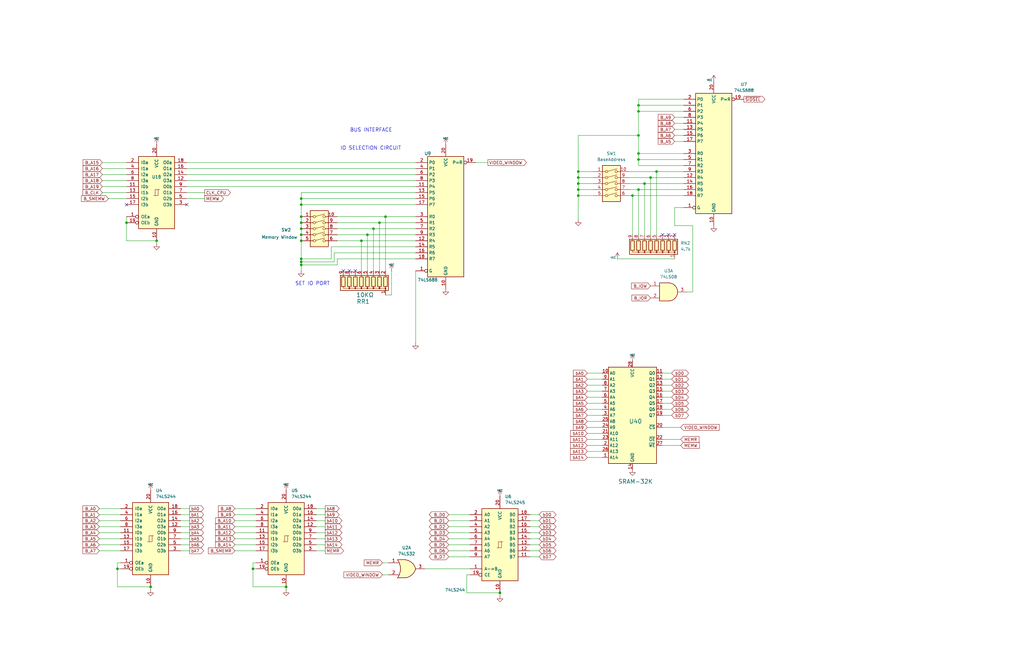
<source format=kicad_sch>
(kicad_sch (version 20250114) (generator "eeschema") (generator_version "9.0")
  (paper "USLedger")
  (title_block (title "ISA VIDEO/SID") (date "2026-01-18") (rev "V1.0"))
  (lib_symbols
    (symbol "74xx:74LS08" (pin_names (offset 1.016))
      (property "Reference" "U" (at 0 1.27 0))
      (property "Value" "74LS08" (at 0 -1.27 0))
      (symbol "74LS08_1_1"
        (pin input line (at -7.62 2.54 0) (length 3.81) (name "~") (number "1"))
        (pin input line (at -7.62 -2.54 0) (length 3.81) (name "~") (number "2"))
        (pin output line (at 7.62 0 180) (length 3.81) (name "~") (number "3"))
      )
      (symbol "74LS08_1_2"
        (pin input inverted (at -7.62 2.54 0) (length 4.318) (name "~") (number "1"))
        (pin input inverted (at -7.62 -2.54 0) (length 4.318) (name "~") (number "2"))
        (pin output inverted (at 7.62 0 180) (length 3.81) (name "~") (number "3"))
      )
      (symbol "74LS08_2_1"
        (pin input line (at -7.62 2.54 0) (length 3.81) (name "~") (number "4"))
        (pin input line (at -7.62 -2.54 0) (length 3.81) (name "~") (number "5"))
        (pin output line (at 7.62 0 180) (length 3.81) (name "~") (number "6"))
      )
      (symbol "74LS08_2_2"
        (pin input inverted (at -7.62 2.54 0) (length 4.318) (name "~") (number "4"))
        (pin input inverted (at -7.62 -2.54 0) (length 4.318) (name "~") (number "5"))
        (pin output inverted (at 7.62 0 180) (length 3.81) (name "~") (number "6"))
      )
      (symbol "74LS08_3_1"
        (pin input line (at -7.62 2.54 0) (length 3.81) (name "~") (number "9"))
        (pin input line (at -7.62 -2.54 0) (length 3.81) (name "~") (number "10"))
        (pin output line (at 7.62 0 180) (length 3.81) (name "~") (number "8"))
      )
      (symbol "74LS08_3_2"
        (pin input inverted (at -7.62 2.54 0) (length 4.318) (name "~") (number "9"))
        (pin input inverted (at -7.62 -2.54 0) (length 4.318) (name "~") (number "10"))
        (pin output inverted (at 7.62 0 180) (length 3.81) (name "~") (number "8"))
      )
      (symbol "74LS08_4_1"
        (pin input line (at -7.62 2.54 0) (length 3.81) (name "~") (number "12"))
        (pin input line (at -7.62 -2.54 0) (length 3.81) (name "~") (number "13"))
        (pin output line (at 7.62 0 180) (length 3.81) (name "~") (number "11"))
      )
      (symbol "74LS08_4_2"
        (pin input inverted (at -7.62 2.54 0) (length 4.318) (name "~") (number "12"))
        (pin input inverted (at -7.62 -2.54 0) (length 4.318) (name "~") (number "13"))
        (pin output inverted (at 7.62 0 180) (length 3.81) (name "~") (number "11"))
      )
      (symbol "74LS08_5_0"
        (pin power_in line (at 0 12.7 270) (length 5.08) (name "VCC") (number "14"))
        (pin power_in line (at 0 -12.7 90) (length 5.08) (name "GND") (number "7"))
      )
    )
    (symbol "74xx:74LS244" (pin_names (offset 1.016))
      (property "Reference" "U" (at -7.62 16.51 0))
      (property "Value" "74LS244" (at -7.62 -16.51 0))
      (symbol "74LS244_1_0"
        (pin input line (at -12.7 12.7 0) (length 5.08) (name "I0a") (number "2"))
        (pin input line (at -12.7 10.16 0) (length 5.08) (name "I1a") (number "4"))
        (pin input line (at -12.7 7.62 0) (length 5.08) (name "I2a") (number "6"))
        (pin input line (at -12.7 5.08 0) (length 5.08) (name "I3a") (number "8"))
        (pin input line (at -12.7 2.54 0) (length 5.08) (name "I0b") (number "11"))
        (pin input line (at -12.7 0 0) (length 5.08) (name "I1b") (number "13"))
        (pin input line (at -12.7 -2.54 0) (length 5.08) (name "I2b") (number "15"))
        (pin input line (at -12.7 -5.08 0) (length 5.08) (name "I3b") (number "17"))
        (pin input inverted (at -12.7 -10.16 0) (length 5.08) (name "OEa") (number "1"))
        (pin input inverted (at -12.7 -12.7 0) (length 5.08) (name "OEb") (number "19"))
        (pin power_in line (at 0 20.32 270) (length 5.08) (name "VCC") (number "20"))
        (pin power_in line (at 0 -20.32 90) (length 5.08) (name "GND") (number "10"))
        (pin tri_state line (at 12.7 12.7 180) (length 5.08) (name "O0a") (number "18"))
        (pin tri_state line (at 12.7 10.16 180) (length 5.08) (name "O1a") (number "16"))
        (pin tri_state line (at 12.7 7.62 180) (length 5.08) (name "O2a") (number "14"))
        (pin tri_state line (at 12.7 5.08 180) (length 5.08) (name "O3a") (number "12"))
        (pin tri_state line (at 12.7 2.54 180) (length 5.08) (name "O0b") (number "9"))
        (pin tri_state line (at 12.7 0 180) (length 5.08) (name "O1b") (number "7"))
        (pin tri_state line (at 12.7 -2.54 180) (length 5.08) (name "O2b") (number "5"))
        (pin tri_state line (at 12.7 -5.08 180) (length 5.08) (name "O3b") (number "3"))
      )
    )
    (symbol "74xx:74LS245" (pin_names (offset 1.016))
      (property "Reference" "U" (at -7.62 16.51 0))
      (property "Value" "74LS245" (at -7.62 -16.51 0))
      (symbol "74LS245_1_0"
        (pin tri_state line (at -12.7 12.7 0) (length 5.08) (name "A0") (number "2"))
        (pin tri_state line (at -12.7 10.16 0) (length 5.08) (name "A1") (number "3"))
        (pin tri_state line (at -12.7 7.62 0) (length 5.08) (name "A2") (number "4"))
        (pin tri_state line (at -12.7 5.08 0) (length 5.08) (name "A3") (number "5"))
        (pin tri_state line (at -12.7 2.54 0) (length 5.08) (name "A4") (number "6"))
        (pin tri_state line (at -12.7 0 0) (length 5.08) (name "A5") (number "7"))
        (pin tri_state line (at -12.7 -2.54 0) (length 5.08) (name "A6") (number "8"))
        (pin tri_state line (at -12.7 -5.08 0) (length 5.08) (name "A7") (number "9"))
        (pin input line (at -12.7 -10.16 0) (length 5.08) (name "A->B") (number "1"))
        (pin input inverted (at -12.7 -12.7 0) (length 5.08) (name "CE") (number "19"))
        (pin power_in line (at 0 20.32 270) (length 5.08) (name "VCC") (number "20"))
        (pin power_in line (at 0 -20.32 90) (length 5.08) (name "GND") (number "10"))
        (pin tri_state line (at 12.7 12.7 180) (length 5.08) (name "B0") (number "18"))
        (pin tri_state line (at 12.7 10.16 180) (length 5.08) (name "B1") (number "17"))
        (pin tri_state line (at 12.7 7.62 180) (length 5.08) (name "B2") (number "16"))
        (pin tri_state line (at 12.7 5.08 180) (length 5.08) (name "B3") (number "15"))
        (pin tri_state line (at 12.7 2.54 180) (length 5.08) (name "B4") (number "14"))
        (pin tri_state line (at 12.7 0 180) (length 5.08) (name "B5") (number "13"))
        (pin tri_state line (at 12.7 -2.54 180) (length 5.08) (name "B6") (number "12"))
        (pin tri_state line (at 12.7 -5.08 180) (length 5.08) (name "B7") (number "11"))
      )
    )
    (symbol "74xx:74LS32" (pin_names (offset 1.016))
      (property "Reference" "U" (at 0 1.27 0))
      (property "Value" "74LS32" (at 0 -1.27 0))
      (symbol "74LS32_1_1"
        (pin input line (at -7.62 2.54 0) (length 4.318) (name "~") (number "1"))
        (pin input line (at -7.62 -2.54 0) (length 4.318) (name "~") (number "2"))
        (pin output line (at 7.62 0 180) (length 3.81) (name "~") (number "3"))
      )
      (symbol "74LS32_1_2"
        (pin input inverted (at -7.62 2.54 0) (length 3.81) (name "~") (number "1"))
        (pin input inverted (at -7.62 -2.54 0) (length 3.81) (name "~") (number "2"))
        (pin output inverted (at 7.62 0 180) (length 3.81) (name "~") (number "3"))
      )
      (symbol "74LS32_2_1"
        (pin input line (at -7.62 2.54 0) (length 4.318) (name "~") (number "4"))
        (pin input line (at -7.62 -2.54 0) (length 4.318) (name "~") (number "5"))
        (pin output line (at 7.62 0 180) (length 3.81) (name "~") (number "6"))
      )
      (symbol "74LS32_2_2"
        (pin input inverted (at -7.62 2.54 0) (length 3.81) (name "~") (number "4"))
        (pin input inverted (at -7.62 -2.54 0) (length 3.81) (name "~") (number "5"))
        (pin output inverted (at 7.62 0 180) (length 3.81) (name "~") (number "6"))
      )
      (symbol "74LS32_3_1"
        (pin input line (at -7.62 2.54 0) (length 4.318) (name "~") (number "9"))
        (pin input line (at -7.62 -2.54 0) (length 4.318) (name "~") (number "10"))
        (pin output line (at 7.62 0 180) (length 3.81) (name "~") (number "8"))
      )
      (symbol "74LS32_3_2"
        (pin input inverted (at -7.62 2.54 0) (length 3.81) (name "~") (number "9"))
        (pin input inverted (at -7.62 -2.54 0) (length 3.81) (name "~") (number "10"))
        (pin output inverted (at 7.62 0 180) (length 3.81) (name "~") (number "8"))
      )
      (symbol "74LS32_4_1"
        (pin input line (at -7.62 2.54 0) (length 4.318) (name "~") (number "12"))
        (pin input line (at -7.62 -2.54 0) (length 4.318) (name "~") (number "13"))
        (pin output line (at 7.62 0 180) (length 3.81) (name "~") (number "11"))
      )
      (symbol "74LS32_4_2"
        (pin input inverted (at -7.62 2.54 0) (length 3.81) (name "~") (number "12"))
        (pin input inverted (at -7.62 -2.54 0) (length 3.81) (name "~") (number "13"))
        (pin output inverted (at 7.62 0 180) (length 3.81) (name "~") (number "11"))
      )
      (symbol "74LS32_5_0"
        (pin power_in line (at 0 12.7 270) (length 5.08) (name "VCC") (number "14"))
        (pin power_in line (at 0 -12.7 90) (length 5.08) (name "GND") (number "7"))
      )
    )
    (symbol "74xx:74LS688"
      (property "Reference" "U" (at -7.62 26.67 0))
      (property "Value" "74LS688" (at -7.62 -26.67 0))
      (symbol "74LS688_1_0"
        (pin input line (at -12.7 22.86 0) (length 5.08) (name "P0") (number "2"))
        (pin input line (at -12.7 20.32 0) (length 5.08) (name "P1") (number "4"))
        (pin input line (at -12.7 17.78 0) (length 5.08) (name "P2") (number "6"))
        (pin input line (at -12.7 15.24 0) (length 5.08) (name "P3") (number "8"))
        (pin input line (at -12.7 12.7 0) (length 5.08) (name "P4") (number "11"))
        (pin input line (at -12.7 10.16 0) (length 5.08) (name "P5") (number "13"))
        (pin input line (at -12.7 7.62 0) (length 5.08) (name "P6") (number "15"))
        (pin input line (at -12.7 5.08 0) (length 5.08) (name "P7") (number "17"))
        (pin input line (at -12.7 0 0) (length 5.08) (name "R0") (number "3"))
        (pin input line (at -12.7 -2.54 0) (length 5.08) (name "R1") (number "5"))
        (pin input line (at -12.7 -5.08 0) (length 5.08) (name "R2") (number "7"))
        (pin input line (at -12.7 -7.62 0) (length 5.08) (name "R3") (number "9"))
        (pin input line (at -12.7 -10.16 0) (length 5.08) (name "R4") (number "12"))
        (pin input line (at -12.7 -12.7 0) (length 5.08) (name "R5") (number "14"))
        (pin input line (at -12.7 -15.24 0) (length 5.08) (name "R6") (number "16"))
        (pin input line (at -12.7 -17.78 0) (length 5.08) (name "R7") (number "18"))
        (pin input inverted (at -12.7 -22.86 0) (length 5.08) (name "G") (number "1"))
        (pin power_in line (at 0 30.48 270) (length 5.08) (name "VCC") (number "20"))
        (pin power_in line (at 0 -30.48 90) (length 5.08) (name "GND") (number "10"))
        (pin output inverted (at 12.7 22.86 180) (length 5.08) (name "P=R") (number "19"))
      )
    )
    (symbol "Device:R_Network08" (pin_names (offset 0) (hide yes))
      (property "Reference" "RN" (at -12.7 0 90))
      (property "Value" "R_Network08" (at 10.16 0 90))
      (symbol "R_Network08_1_1"
        (pin passive line (at -10.16 5.08 270) (length 2.54) (name "common") (number "1"))
        (pin passive line (at -10.16 -5.08 90) (length 1.27) (name "R1") (number "2"))
        (pin passive line (at -7.62 -5.08 90) (length 1.27) (name "R2") (number "3"))
        (pin passive line (at -5.08 -5.08 90) (length 1.27) (name "R3") (number "4"))
        (pin passive line (at -2.54 -5.08 90) (length 1.27) (name "R4") (number "5"))
        (pin passive line (at 0 -5.08 90) (length 1.27) (name "R5") (number "6"))
        (pin passive line (at 2.54 -5.08 90) (length 1.27) (name "R6") (number "7"))
        (pin passive line (at 5.08 -5.08 90) (length 1.27) (name "R7") (number "8"))
        (pin passive line (at 7.62 -5.08 90) (length 1.27) (name "R8") (number "9"))
      )
    )
    (symbol "Memory_RAM:CY62256-70PC"
      (property "Reference" "U" (at -10.16 20.955 0))
      (property "Value" "CY62256-70PC" (at 2.54 20.955 0))
      (symbol "CY62256-70PC_0_0"
        (pin power_in line (at 0 22.86 270) (length 2.54) (name "VCC") (number "28"))
        (pin power_in line (at 0 -22.86 90) (length 2.54) (name "GND") (number "14"))
      )
      (symbol "CY62256-70PC_1_1"
        (pin input line (at -12.7 17.78 0) (length 2.54) (name "A0") (number "10"))
        (pin input line (at -12.7 15.24 0) (length 2.54) (name "A1") (number "9"))
        (pin input line (at -12.7 12.7 0) (length 2.54) (name "A2") (number "8"))
        (pin input line (at -12.7 10.16 0) (length 2.54) (name "A3") (number "7"))
        (pin input line (at -12.7 7.62 0) (length 2.54) (name "A4") (number "6"))
        (pin input line (at -12.7 5.08 0) (length 2.54) (name "A5") (number "5"))
        (pin input line (at -12.7 2.54 0) (length 2.54) (name "A6") (number "4"))
        (pin input line (at -12.7 0 0) (length 2.54) (name "A7") (number "3"))
        (pin input line (at -12.7 -2.54 0) (length 2.54) (name "A8") (number "25"))
        (pin input line (at -12.7 -5.08 0) (length 2.54) (name "A9") (number "24"))
        (pin input line (at -12.7 -7.62 0) (length 2.54) (name "A10") (number "21"))
        (pin input line (at -12.7 -10.16 0) (length 2.54) (name "A11") (number "23"))
        (pin input line (at -12.7 -12.7 0) (length 2.54) (name "A12") (number "2"))
        (pin input line (at -12.7 -15.24 0) (length 2.54) (name "A13") (number "26"))
        (pin input line (at -12.7 -17.78 0) (length 2.54) (name "A14") (number "1"))
        (pin tri_state line (at 12.7 17.78 180) (length 2.54) (name "Q0") (number "11"))
        (pin tri_state line (at 12.7 15.24 180) (length 2.54) (name "Q1") (number "12"))
        (pin tri_state line (at 12.7 12.7 180) (length 2.54) (name "Q2") (number "13"))
        (pin tri_state line (at 12.7 10.16 180) (length 2.54) (name "Q3") (number "15"))
        (pin tri_state line (at 12.7 7.62 180) (length 2.54) (name "Q4") (number "16"))
        (pin tri_state line (at 12.7 5.08 180) (length 2.54) (name "Q5") (number "17"))
        (pin tri_state line (at 12.7 2.54 180) (length 2.54) (name "Q6") (number "18"))
        (pin tri_state line (at 12.7 0 180) (length 2.54) (name "Q7") (number "19"))
        (pin input line (at 12.7 -5.08 180) (length 2.54) (name "~{CS}") (number "20"))
        (pin input line (at 12.7 -10.16 180) (length 2.54) (name "~{OE}") (number "22"))
        (pin input line (at 12.7 -12.7 180) (length 2.54) (name "~{WE}") (number "27"))
      )
    )
    (symbol "Switch:SW_DIP_x05" (pin_names (offset 0) (hide yes))
      (property "Reference" "SW" (at 0 8.89 0))
      (property "Value" "SW_DIP_x05" (at 0 -8.89 0))
      (symbol "SW_DIP_x05_1_1"
        (pin passive line (at -7.62 5.08 0) (length 5.08) (name "~") (number "1"))
        (pin passive line (at -7.62 2.54 0) (length 5.08) (name "~") (number "2"))
        (pin passive line (at -7.62 0 0) (length 5.08) (name "~") (number "3"))
        (pin passive line (at -7.62 -2.54 0) (length 5.08) (name "~") (number "4"))
        (pin passive line (at -7.62 -5.08 0) (length 5.08) (name "~") (number "5"))
        (pin passive line (at 7.62 5.08 180) (length 5.08) (name "~") (number "10"))
        (pin passive line (at 7.62 2.54 180) (length 5.08) (name "~") (number "9"))
        (pin passive line (at 7.62 0 180) (length 5.08) (name "~") (number "8"))
        (pin passive line (at 7.62 -2.54 180) (length 5.08) (name "~") (number "7"))
        (pin passive line (at 7.62 -5.08 180) (length 5.08) (name "~") (number "6"))
      )
    )
    (symbol "power:GND" (power) (pin_numbers (hide yes)) (pin_names (offset 0) (hide yes))
      (property "Value" "GND" (at 0 -3.81 0))
      (symbol "GND_1_1"
        (pin power_in line (at 0 0 270) (length 0) (name "~") (number "1"))
      )
    )
    (symbol "power:VCC" (power) (pin_numbers (hide yes)) (pin_names (offset 0) (hide yes))
      (property "Value" "VCC" (at 0 3.556 0))
      (symbol "VCC_1_1"
        (pin power_in line (at 0 0 90) (length 0) (name "~") (number "1"))
      )
    )
  )
  (text "SET IO PORT" (at 124.46 120.65 0) (effects (font (size 1.524 1.524)) (justify left bottom)))
  (text "IO SELECTION CIRCUIT" (at 143.51 63.5 0) (effects (font (size 1.524 1.524)) (justify left bottom)))
  (text "BUS INTERFACE" (at 147.574 55.88 0) (effects (font (size 1.524 1.524)) (justify left bottom)))
  (junction (at 63.5 247.65))
  (junction (at 154.94 99.06))
  (junction (at 269.24 57.15))
  (junction (at 269.24 44.45))
  (junction (at 127 83.82))
  (junction (at 127 101.6))
  (junction (at 127 109.22))
  (junction (at 269.24 64.77))
  (junction (at 106.68 240.03))
  (junction (at 271.78 77.47))
  (junction (at 243.84 72.39))
  (junction (at 274.32 74.93))
  (junction (at 127 93.98))
  (junction (at 243.84 80.01))
  (junction (at 127 111.76))
  (junction (at 160.02 93.98))
  (junction (at 276.86 72.39))
  (junction (at 162.56 91.44))
  (junction (at 157.48 96.52))
  (junction (at 127 99.06))
  (junction (at 152.4 101.6))
  (junction (at 269.24 46.99))
  (junction (at 269.24 80.01))
  (junction (at 243.84 82.55))
  (junction (at 266.7 82.55))
  (junction (at 127 86.36))
  (junction (at 120.65 247.65))
  (junction (at 127 96.52))
  (junction (at 127 91.44))
  (junction (at 243.84 74.93))
  (junction (at 269.24 67.31))
  (junction (at 66.04 101.6))
  (junction (at 127 110.49))
  (junction (at 49.53 240.03))
  (junction (at 53.34 93.98))
  (junction (at 243.84 77.47))
  (junction (at 210.82 250.19))
  (no_connect (at 147.32 114.3))
  (no_connect (at 149.86 114.3))
  (no_connect (at 53.34 86.36))
  (no_connect (at 279.4 99.06))
  (no_connect (at 78.74 86.36))
  (no_connect (at 144.78 114.3))
  (no_connect (at 284.48 99.06))
  (no_connect (at 281.94 99.06))
  (wire (pts (xy 160.02 93.98) (xy 175.26 93.98)))
  (wire (pts (xy 223.52 227.33) (xy 227.33 227.33)))
  (wire (pts (xy 243.84 57.15) (xy 243.84 72.39)))
  (wire (pts (xy 78.74 81.28) (xy 86.36 81.28)))
  (wire (pts (xy 142.24 91.44) (xy 162.56 91.44)))
  (wire (pts (xy 247.65 167.64) (xy 254 167.64)))
  (wire (pts (xy 78.74 83.82) (xy 86.36 83.82)))
  (wire (pts (xy 127 101.6) (xy 127 109.22)))
  (wire (pts (xy 162.56 124.46) (xy 165.1 124.46)))
  (wire (pts (xy 63.5 247.65) (xy 63.5 248.92)))
  (wire (pts (xy 279.4 167.64) (xy 283.21 167.64)))
  (wire (pts (xy 99.06 232.41) (xy 107.95 232.41)))
  (wire (pts (xy 274.32 74.93) (xy 274.32 99.06)))
  (wire (pts (xy 41.91 227.33) (xy 50.8 227.33)))
  (wire (pts (xy 76.2 229.87) (xy 80.01 229.87)))
  (wire (pts (xy 279.4 160.02) (xy 283.21 160.02)))
  (wire (pts (xy 41.91 214.63) (xy 50.8 214.63)))
  (wire (pts (xy 276.86 72.39) (xy 276.86 99.06)))
  (wire (pts (xy 265.43 80.01) (xy 269.24 80.01)))
  (wire (pts (xy 284.48 54.61) (xy 288.29 54.61)))
  (wire (pts (xy 139.7 104.14) (xy 139.7 109.22)))
  (wire (pts (xy 223.52 232.41) (xy 227.33 232.41)))
  (wire (pts (xy 127 111.76) (xy 127 114.3)))
  (wire (pts (xy 189.23 232.41) (xy 198.12 232.41)))
  (wire (pts (xy 265.43 74.93) (xy 274.32 74.93)))
  (wire (pts (xy 247.65 182.88) (xy 254 182.88)))
  (wire (pts (xy 269.24 44.45) (xy 269.24 46.99)))
  (wire (pts (xy 265.43 77.47) (xy 271.78 77.47)))
  (wire (pts (xy 99.06 222.25) (xy 107.95 222.25)))
  (wire (pts (xy 41.91 229.87) (xy 50.8 229.87)))
  (wire (pts (xy 142.24 101.6) (xy 152.4 101.6)))
  (wire (pts (xy 269.24 57.15) (xy 269.24 64.77)))
  (wire (pts (xy 269.24 80.01) (xy 269.24 99.06)))
  (wire (pts (xy 99.06 217.17) (xy 107.95 217.17)))
  (wire (pts (xy 41.91 232.41) (xy 50.8 232.41)))
  (wire (pts (xy 279.4 187.96) (xy 287.02 187.96)))
  (wire (pts (xy 76.2 214.63) (xy 80.01 214.63)))
  (wire (pts (xy 78.74 71.12) (xy 175.26 71.12)))
  (wire (pts (xy 99.06 214.63) (xy 107.95 214.63)))
  (wire (pts (xy 265.43 72.39) (xy 276.86 72.39)))
  (wire (pts (xy 288.29 49.53) (xy 284.48 49.53)))
  (wire (pts (xy 133.35 219.71) (xy 137.16 219.71)))
  (wire (pts (xy 243.84 80.01) (xy 243.84 82.55)))
  (wire (pts (xy 223.52 222.25) (xy 227.33 222.25)))
  (wire (pts (xy 247.65 175.26) (xy 254 175.26)))
  (wire (pts (xy 157.48 114.3) (xy 157.48 96.52)))
  (wire (pts (xy 269.24 64.77) (xy 269.24 67.31)))
  (wire (pts (xy 133.35 227.33) (xy 137.16 227.33)))
  (wire (pts (xy 133.35 232.41) (xy 137.16 232.41)))
  (wire (pts (xy 106.68 240.03) (xy 107.95 240.03)))
  (wire (pts (xy 189.23 222.25) (xy 198.12 222.25)))
  (wire (pts (xy 127 110.49) (xy 127 111.76)))
  (wire (pts (xy 269.24 69.85) (xy 288.29 69.85)))
  (wire (pts (xy 76.2 232.41) (xy 80.01 232.41)))
  (wire (pts (xy 284.48 95.25) (xy 284.48 87.63)))
  (wire (pts (xy 63.5 247.65) (xy 49.53 247.65)))
  (wire (pts (xy 161.29 237.49) (xy 163.83 237.49)))
  (wire (pts (xy 43.18 81.28) (xy 53.34 81.28)))
  (wire (pts (xy 120.65 247.65) (xy 106.68 247.65)))
  (wire (pts (xy 41.91 219.71) (xy 50.8 219.71)))
  (wire (pts (xy 247.65 157.48) (xy 254 157.48)))
  (wire (pts (xy 43.18 71.12) (xy 53.34 71.12)))
  (wire (pts (xy 269.24 44.45) (xy 288.29 44.45)))
  (wire (pts (xy 78.74 78.74) (xy 175.26 78.74)))
  (wire (pts (xy 243.84 74.93) (xy 243.84 77.47)))
  (wire (pts (xy 142.24 99.06) (xy 154.94 99.06)))
  (wire (pts (xy 269.24 80.01) (xy 288.29 80.01)))
  (wire (pts (xy 243.84 74.93) (xy 250.19 74.93)))
  (wire (pts (xy 279.4 162.56) (xy 283.21 162.56)))
  (wire (pts (xy 279.4 185.42) (xy 287.02 185.42)))
  (wire (pts (xy 189.23 217.17) (xy 198.12 217.17)))
  (wire (pts (xy 247.65 193.04) (xy 254 193.04)))
  (wire (pts (xy 157.48 96.52) (xy 175.26 96.52)))
  (wire (pts (xy 200.66 68.58) (xy 205.74 68.58)))
  (wire (pts (xy 99.06 219.71) (xy 107.95 219.71)))
  (wire (pts (xy 142.24 96.52) (xy 157.48 96.52)))
  (wire (pts (xy 133.35 217.17) (xy 137.16 217.17)))
  (wire (pts (xy 78.74 76.2) (xy 175.26 76.2)))
  (wire (pts (xy 139.7 104.14) (xy 175.26 104.14)))
  (wire (pts (xy 43.18 78.74) (xy 53.34 78.74)))
  (wire (pts (xy 127 86.36) (xy 127 91.44)))
  (wire (pts (xy 127 86.36) (xy 175.26 86.36)))
  (wire (pts (xy 284.48 57.15) (xy 288.29 57.15)))
  (wire (pts (xy 99.06 229.87) (xy 107.95 229.87)))
  (wire (pts (xy 279.4 157.48) (xy 283.21 157.48)))
  (wire (pts (xy 196.85 242.57) (xy 196.85 250.19)))
  (wire (pts (xy 223.52 219.71) (xy 227.33 219.71)))
  (wire (pts (xy 189.23 219.71) (xy 198.12 219.71)))
  (wire (pts (xy 140.97 106.68) (xy 140.97 110.49)))
  (wire (pts (xy 160.02 114.3) (xy 160.02 93.98)))
  (wire (pts (xy 279.4 180.34) (xy 287.02 180.34)))
  (wire (pts (xy 269.24 41.91) (xy 288.29 41.91)))
  (wire (pts (xy 247.65 180.34) (xy 254 180.34)))
  (wire (pts (xy 41.91 217.17) (xy 50.8 217.17)))
  (wire (pts (xy 78.74 73.66) (xy 175.26 73.66)))
  (wire (pts (xy 76.2 217.17) (xy 80.01 217.17)))
  (wire (pts (xy 223.52 224.79) (xy 227.33 224.79)))
  (wire (pts (xy 76.2 219.71) (xy 80.01 219.71)))
  (wire (pts (xy 154.94 114.3) (xy 154.94 99.06)))
  (wire (pts (xy 53.34 93.98) (xy 53.34 91.44)))
  (wire (pts (xy 247.65 165.1) (xy 254 165.1)))
  (wire (pts (xy 243.84 72.39) (xy 243.84 74.93)))
  (wire (pts (xy 43.18 68.58) (xy 53.34 68.58)))
  (wire (pts (xy 247.65 160.02) (xy 254 160.02)))
  (wire (pts (xy 179.07 240.03) (xy 198.12 240.03)))
  (wire (pts (xy 292.1 123.19) (xy 292.1 95.25)))
  (wire (pts (xy 269.24 67.31) (xy 288.29 67.31)))
  (wire (pts (xy 142.24 111.76) (xy 127 111.76)))
  (wire (pts (xy 99.06 227.33) (xy 107.95 227.33)))
  (wire (pts (xy 152.4 101.6) (xy 175.26 101.6)))
  (wire (pts (xy 279.4 172.72) (xy 283.21 172.72)))
  (wire (pts (xy 189.23 227.33) (xy 198.12 227.33)))
  (wire (pts (xy 223.52 234.95) (xy 227.33 234.95)))
  (wire (pts (xy 127 109.22) (xy 127 110.49)))
  (wire (pts (xy 76.2 224.79) (xy 80.01 224.79)))
  (wire (pts (xy 133.35 224.79) (xy 137.16 224.79)))
  (wire (pts (xy 162.56 114.3) (xy 162.56 91.44)))
  (wire (pts (xy 269.24 46.99) (xy 269.24 57.15)))
  (wire (pts (xy 247.65 177.8) (xy 254 177.8)))
  (wire (pts (xy 66.04 101.6) (xy 66.04 102.87)))
  (wire (pts (xy 223.52 217.17) (xy 227.33 217.17)))
  (wire (pts (xy 142.24 109.22) (xy 175.26 109.22)))
  (wire (pts (xy 43.18 73.66) (xy 53.34 73.66)))
  (wire (pts (xy 210.82 250.19) (xy 210.82 251.46)))
  (wire (pts (xy 223.52 229.87) (xy 227.33 229.87)))
  (wire (pts (xy 49.53 247.65) (xy 49.53 240.03)))
  (wire (pts (xy 127 96.52) (xy 127 99.06)))
  (wire (pts (xy 288.29 52.07) (xy 284.48 52.07)))
  (wire (pts (xy 243.84 77.47) (xy 243.84 80.01)))
  (wire (pts (xy 269.24 67.31) (xy 269.24 69.85)))
  (wire (pts (xy 269.24 64.77) (xy 288.29 64.77)))
  (wire (pts (xy 127 93.98) (xy 127 96.52)))
  (wire (pts (xy 106.68 237.49) (xy 107.95 237.49)))
  (wire (pts (xy 279.4 175.26) (xy 283.21 175.26)))
  (wire (pts (xy 133.35 214.63) (xy 137.16 214.63)))
  (wire (pts (xy 196.85 250.19) (xy 210.82 250.19)))
  (wire (pts (xy 266.7 82.55) (xy 266.7 99.06)))
  (wire (pts (xy 271.78 77.47) (xy 271.78 99.06)))
  (wire (pts (xy 165.1 124.46) (xy 165.1 114.3)))
  (wire (pts (xy 247.65 187.96) (xy 254 187.96)))
  (wire (pts (xy 247.65 162.56) (xy 254 162.56)))
  (wire (pts (xy 127 83.82) (xy 127 86.36)))
  (wire (pts (xy 76.2 227.33) (xy 80.01 227.33)))
  (wire (pts (xy 142.24 93.98) (xy 160.02 93.98)))
  (wire (pts (xy 269.24 41.91) (xy 269.24 44.45)))
  (wire (pts (xy 127 99.06) (xy 127 101.6)))
  (wire (pts (xy 49.53 237.49) (xy 49.53 240.03)))
  (wire (pts (xy 196.85 242.57) (xy 198.12 242.57)))
  (wire (pts (xy 247.65 170.18) (xy 254 170.18)))
  (wire (pts (xy 175.26 81.28) (xy 127 81.28)))
  (wire (pts (xy 276.86 72.39) (xy 288.29 72.39)))
  (wire (pts (xy 41.91 224.79) (xy 50.8 224.79)))
  (wire (pts (xy 66.04 101.6) (xy 53.34 101.6)))
  (wire (pts (xy 133.35 229.87) (xy 137.16 229.87)))
  (wire (pts (xy 189.23 234.95) (xy 198.12 234.95)))
  (wire (pts (xy 271.78 77.47) (xy 288.29 77.47)))
  (wire (pts (xy 140.97 106.68) (xy 175.26 106.68)))
  (wire (pts (xy 106.68 247.65) (xy 106.68 240.03)))
  (wire (pts (xy 53.34 101.6) (xy 53.34 93.98)))
  (wire (pts (xy 243.84 72.39) (xy 250.19 72.39)))
  (wire (pts (xy 152.4 114.3) (xy 152.4 101.6)))
  (wire (pts (xy 279.4 170.18) (xy 283.21 170.18)))
  (wire (pts (xy 127 81.28) (xy 127 83.82)))
  (wire (pts (xy 247.65 190.5) (xy 254 190.5)))
  (wire (pts (xy 175.26 114.3) (xy 175.26 144.78)))
  (wire (pts (xy 76.2 222.25) (xy 80.01 222.25)))
  (wire (pts (xy 265.43 82.55) (xy 266.7 82.55)))
  (wire (pts (xy 133.35 222.25) (xy 137.16 222.25)))
  (wire (pts (xy 243.84 82.55) (xy 243.84 92.71)))
  (wire (pts (xy 43.18 76.2) (xy 53.34 76.2)))
  (wire (pts (xy 127 83.82) (xy 175.26 83.82)))
  (wire (pts (xy 127 91.44) (xy 127 93.98)))
  (wire (pts (xy 106.68 237.49) (xy 106.68 240.03)))
  (wire (pts (xy 41.91 222.25) (xy 50.8 222.25)))
  (wire (pts (xy 142.24 109.22) (xy 142.24 111.76)))
  (wire (pts (xy 247.65 185.42) (xy 254 185.42)))
  (wire (pts (xy 274.32 74.93) (xy 288.29 74.93)))
  (wire (pts (xy 99.06 224.79) (xy 107.95 224.79)))
  (wire (pts (xy 247.65 172.72) (xy 254 172.72)))
  (wire (pts (xy 284.48 59.69) (xy 288.29 59.69)))
  (wire (pts (xy 269.24 46.99) (xy 288.29 46.99)))
  (wire (pts (xy 292.1 95.25) (xy 284.48 95.25)))
  (wire (pts (xy 243.84 82.55) (xy 250.19 82.55)))
  (wire (pts (xy 243.84 57.15) (xy 269.24 57.15)))
  (wire (pts (xy 45.72 83.82) (xy 53.34 83.82)))
  (wire (pts (xy 49.53 237.49) (xy 50.8 237.49)))
  (wire (pts (xy 189.23 224.79) (xy 198.12 224.79)))
  (wire (pts (xy 154.94 99.06) (xy 175.26 99.06)))
  (wire (pts (xy 49.53 240.03) (xy 50.8 240.03)))
  (wire (pts (xy 189.23 229.87) (xy 198.12 229.87)))
  (wire (pts (xy 243.84 80.01) (xy 250.19 80.01)))
  (wire (pts (xy 78.74 68.58) (xy 175.26 68.58)))
  (wire (pts (xy 139.7 109.22) (xy 127 109.22)))
  (wire (pts (xy 243.84 77.47) (xy 250.19 77.47)))
  (wire (pts (xy 266.7 82.55) (xy 288.29 82.55)))
  (wire (pts (xy 260.35 109.22) (xy 284.48 109.22)))
  (wire (pts (xy 161.29 242.57) (xy 163.83 242.57)))
  (wire (pts (xy 140.97 110.49) (xy 127 110.49)))
  (wire (pts (xy 289.56 123.19) (xy 292.1 123.19)))
  (wire (pts (xy 162.56 91.44) (xy 175.26 91.44)))
  (wire (pts (xy 279.4 165.1) (xy 283.21 165.1)))
  (wire (pts (xy 284.48 87.63) (xy 288.29 87.63)))
  (wire (pts (xy 120.65 247.65) (xy 120.65 248.92)))
  (global_label "bA6" (shape output) (at 80.01 229.87 0) (property "Intersheetrefs" "${INTERSHEET_REFS}" (effects (hide yes))))
  (global_label "bD3" (shape tri_state) (at 227.33 224.79 0) (property "Intersheetrefs" "${INTERSHEET_REFS}" (effects (hide yes))))
  (global_label "bD7" (shape tri_state) (at 227.33 234.95 0) (property "Intersheetrefs" "${INTERSHEET_REFS}" (effects (hide yes))))
  (global_label "B_A16" (shape input) (at 43.18 71.12 180) (property "Intersheetrefs" "${INTERSHEET_REFS}" (effects (hide yes))))
  (global_label "bA14" (shape input) (at 247.65 193.04 180) (property "Intersheetrefs" "${INTERSHEET_REFS}" (effects (hide yes))))
  (global_label "B_A5" (shape input) (at 41.91 227.33 180) (property "Intersheetrefs" "${INTERSHEET_REFS}" (effects (hide yes))))
  (global_label "MEMW" (shape input) (at 287.02 187.96 0) (property "Intersheetrefs" "${INTERSHEET_REFS}" (effects (hide yes))))
  (global_label "B_CLK" (shape input) (at 43.18 81.28 180) (property "Intersheetrefs" "${INTERSHEET_REFS}" (effects (hide yes))))
  (global_label "bA10" (shape output) (at 137.16 219.71 0) (property "Intersheetrefs" "${INTERSHEET_REFS}" (effects (hide yes))))
  (global_label "B_A18" (shape input) (at 43.18 76.2 180) (property "Intersheetrefs" "${INTERSHEET_REFS}" (effects (hide yes))))
  (global_label "bD1" (shape tri_state) (at 283.21 160.02 0) (property "Intersheetrefs" "${INTERSHEET_REFS}" (effects (hide yes))))
  (global_label "bA4" (shape input) (at 247.65 167.64 180) (property "Intersheetrefs" "${INTERSHEET_REFS}" (effects (hide yes))))
  (global_label "CLK_CPU" (shape output) (at 86.36 81.28 0) (property "Intersheetrefs" "${INTERSHEET_REFS}" (effects (hide yes))))
  (global_label "bA9" (shape input) (at 247.65 180.34 180) (property "Intersheetrefs" "${INTERSHEET_REFS}" (effects (hide yes))))
  (global_label "bD7" (shape tri_state) (at 283.21 175.26 0) (property "Intersheetrefs" "${INTERSHEET_REFS}" (effects (hide yes))))
  (global_label "bD5" (shape tri_state) (at 227.33 229.87 0) (property "Intersheetrefs" "${INTERSHEET_REFS}" (effects (hide yes))))
  (global_label "bD6" (shape tri_state) (at 283.21 172.72 0) (property "Intersheetrefs" "${INTERSHEET_REFS}" (effects (hide yes))))
  (global_label "bA12" (shape output) (at 137.16 224.79 0) (property "Intersheetrefs" "${INTERSHEET_REFS}" (effects (hide yes))))
  (global_label "B_D0" (shape bidirectional) (at 189.23 217.17 180) (property "Intersheetrefs" "${INTERSHEET_REFS}" (effects (hide yes))))
  (global_label "bA11" (shape output) (at 137.16 222.25 0) (property "Intersheetrefs" "${INTERSHEET_REFS}" (effects (hide yes))))
  (global_label "B_D5" (shape bidirectional) (at 189.23 229.87 180) (property "Intersheetrefs" "${INTERSHEET_REFS}" (effects (hide yes))))
  (global_label "B_A11" (shape input) (at 99.06 222.25 180) (property "Intersheetrefs" "${INTERSHEET_REFS}" (effects (hide yes))))
  (global_label "B_D1" (shape bidirectional) (at 189.23 219.71 180) (property "Intersheetrefs" "${INTERSHEET_REFS}" (effects (hide yes))))
  (global_label "B_A9" (shape input) (at 99.06 217.17 180) (property "Intersheetrefs" "${INTERSHEET_REFS}" (effects (hide yes))))
  (global_label "bD6" (shape tri_state) (at 227.33 232.41 0) (property "Intersheetrefs" "${INTERSHEET_REFS}" (effects (hide yes))))
  (global_label "B_A5" (shape input) (at 284.48 59.69 180) (property "Intersheetrefs" "${INTERSHEET_REFS}" (effects (hide yes))))
  (global_label "bD2" (shape tri_state) (at 283.21 162.56 0) (property "Intersheetrefs" "${INTERSHEET_REFS}" (effects (hide yes))))
  (global_label "bD5" (shape tri_state) (at 283.21 170.18 0) (property "Intersheetrefs" "${INTERSHEET_REFS}" (effects (hide yes))))
  (global_label "bD4" (shape tri_state) (at 283.21 167.64 0) (property "Intersheetrefs" "${INTERSHEET_REFS}" (effects (hide yes))))
  (global_label "B_A7" (shape input) (at 41.91 232.41 180) (property "Intersheetrefs" "${INTERSHEET_REFS}" (effects (hide yes))))
  (global_label "VIDEO_WINDOW" (shape input) (at 287.02 180.34 0) (property "Intersheetrefs" "${INTERSHEET_REFS}" (effects (hide yes))))
  (global_label "bA0" (shape input) (at 247.65 157.48 180) (property "Intersheetrefs" "${INTERSHEET_REFS}" (effects (hide yes))))
  (global_label "B_A13" (shape input) (at 99.06 227.33 180) (property "Intersheetrefs" "${INTERSHEET_REFS}" (effects (hide yes))))
  (global_label "bA7" (shape output) (at 80.01 232.41 0) (property "Intersheetrefs" "${INTERSHEET_REFS}" (effects (hide yes))))
  (global_label "bA13" (shape input) (at 247.65 190.5 180) (property "Intersheetrefs" "${INTERSHEET_REFS}" (effects (hide yes))))
  (global_label "bA0" (shape output) (at 80.01 214.63 0) (property "Intersheetrefs" "${INTERSHEET_REFS}" (effects (hide yes))))
  (global_label "B_D7" (shape bidirectional) (at 189.23 234.95 180) (property "Intersheetrefs" "${INTERSHEET_REFS}" (effects (hide yes))))
  (global_label "bA8" (shape input) (at 247.65 177.8 180) (property "Intersheetrefs" "${INTERSHEET_REFS}" (effects (hide yes))))
  (global_label "B_SMEMW" (shape input) (at 45.72 83.82 180) (property "Intersheetrefs" "${INTERSHEET_REFS}" (effects (hide yes))))
  (global_label "B_A8" (shape input) (at 99.06 214.63 180) (property "Intersheetrefs" "${INTERSHEET_REFS}" (effects (hide yes))))
  (global_label "bA13" (shape output) (at 137.16 227.33 0) (property "Intersheetrefs" "${INTERSHEET_REFS}" (effects (hide yes))))
  (global_label "B_A0" (shape input) (at 41.91 214.63 180) (property "Intersheetrefs" "${INTERSHEET_REFS}" (effects (hide yes))))
  (global_label "bA9" (shape output) (at 137.16 217.17 0) (property "Intersheetrefs" "${INTERSHEET_REFS}" (effects (hide yes))))
  (global_label "B_A9" (shape input) (at 284.48 49.53 180) (property "Intersheetrefs" "${INTERSHEET_REFS}" (effects (hide yes))))
  (global_label "bD4" (shape tri_state) (at 227.33 227.33 0) (property "Intersheetrefs" "${INTERSHEET_REFS}" (effects (hide yes))))
  (global_label "bA3" (shape output) (at 80.01 222.25 0) (property "Intersheetrefs" "${INTERSHEET_REFS}" (effects (hide yes))))
  (global_label "bD0" (shape tri_state) (at 283.21 157.48 0) (property "Intersheetrefs" "${INTERSHEET_REFS}" (effects (hide yes))))
  (global_label "bA6" (shape input) (at 247.65 172.72 180) (property "Intersheetrefs" "${INTERSHEET_REFS}" (effects (hide yes))))
  (global_label "B_D4" (shape bidirectional) (at 189.23 227.33 180) (property "Intersheetrefs" "${INTERSHEET_REFS}" (effects (hide yes))))
  (global_label "bA8" (shape output) (at 137.16 214.63 0) (property "Intersheetrefs" "${INTERSHEET_REFS}" (effects (hide yes))))
  (global_label "bD2" (shape tri_state) (at 227.33 222.25 0) (property "Intersheetrefs" "${INTERSHEET_REFS}" (effects (hide yes))))
  (global_label "bA1" (shape output) (at 80.01 217.17 0) (property "Intersheetrefs" "${INTERSHEET_REFS}" (effects (hide yes))))
  (global_label "bA12" (shape input) (at 247.65 187.96 180) (property "Intersheetrefs" "${INTERSHEET_REFS}" (effects (hide yes))))
  (global_label "B_A7" (shape input) (at 284.48 54.61 180) (property "Intersheetrefs" "${INTERSHEET_REFS}" (effects (hide yes))))
  (global_label "bD1" (shape tri_state) (at 227.33 219.71 0) (property "Intersheetrefs" "${INTERSHEET_REFS}" (effects (hide yes))))
  (global_label "B_D6" (shape bidirectional) (at 189.23 232.41 180) (property "Intersheetrefs" "${INTERSHEET_REFS}" (effects (hide yes))))
  (global_label "bA14" (shape output) (at 137.16 229.87 0) (property "Intersheetrefs" "${INTERSHEET_REFS}" (effects (hide yes))))
  (global_label "B_A2" (shape input) (at 41.91 219.71 180) (property "Intersheetrefs" "${INTERSHEET_REFS}" (effects (hide yes))))
  (global_label "bA7" (shape input) (at 247.65 175.26 180) (property "Intersheetrefs" "${INTERSHEET_REFS}" (effects (hide yes))))
  (global_label "B_IOW" (shape input) (at 274.32 120.65 180) (property "Intersheetrefs" "${INTERSHEET_REFS}" (effects (hide yes))))
  (global_label "B_D2" (shape bidirectional) (at 189.23 222.25 180) (property "Intersheetrefs" "${INTERSHEET_REFS}" (effects (hide yes))))
  (global_label "B_A17" (shape input) (at 43.18 73.66 180) (property "Intersheetrefs" "${INTERSHEET_REFS}" (effects (hide yes))))
  (global_label "B_A12" (shape input) (at 99.06 224.79 180) (property "Intersheetrefs" "${INTERSHEET_REFS}" (effects (hide yes))))
  (global_label "bA3" (shape input) (at 247.65 165.1 180) (property "Intersheetrefs" "${INTERSHEET_REFS}" (effects (hide yes))))
  (global_label "B_A15" (shape input) (at 43.18 68.58 180) (property "Intersheetrefs" "${INTERSHEET_REFS}" (effects (hide yes))))
  (global_label "bA2" (shape output) (at 80.01 219.71 0) (property "Intersheetrefs" "${INTERSHEET_REFS}" (effects (hide yes))))
  (global_label "B_IOR" (shape input) (at 274.32 125.73 180) (property "Intersheetrefs" "${INTERSHEET_REFS}" (effects (hide yes))))
  (global_label "B_A10" (shape input) (at 99.06 219.71 180) (property "Intersheetrefs" "${INTERSHEET_REFS}" (effects (hide yes))))
  (global_label "B_A6" (shape input) (at 41.91 229.87 180) (property "Intersheetrefs" "${INTERSHEET_REFS}" (effects (hide yes))))
  (global_label "bA2" (shape input) (at 247.65 162.56 180) (property "Intersheetrefs" "${INTERSHEET_REFS}" (effects (hide yes))))
  (global_label "~{SIDSEL}" (shape output) (at 313.69 41.91 0) (property "Intersheetrefs" "${INTERSHEET_REFS}" (effects (hide yes))))
  (global_label "bA5" (shape output) (at 80.01 227.33 0) (property "Intersheetrefs" "${INTERSHEET_REFS}" (effects (hide yes))))
  (global_label "VIDEO_WINDOW" (shape input) (at 161.29 242.57 180) (property "Intersheetrefs" "${INTERSHEET_REFS}" (effects (hide yes))))
  (global_label "B_A19" (shape input) (at 43.18 78.74 180) (property "Intersheetrefs" "${INTERSHEET_REFS}" (effects (hide yes))))
  (global_label "B_SMEMR" (shape input) (at 99.06 232.41 180) (property "Intersheetrefs" "${INTERSHEET_REFS}" (effects (hide yes))))
  (global_label "bA11" (shape input) (at 247.65 185.42 180) (property "Intersheetrefs" "${INTERSHEET_REFS}" (effects (hide yes))))
  (global_label "B_A14" (shape input) (at 99.06 229.87 180) (property "Intersheetrefs" "${INTERSHEET_REFS}" (effects (hide yes))))
  (global_label "MEMW" (shape output) (at 86.36 83.82 0) (property "Intersheetrefs" "${INTERSHEET_REFS}" (effects (hide yes))))
  (global_label "B_A6" (shape input) (at 284.48 57.15 180) (property "Intersheetrefs" "${INTERSHEET_REFS}" (effects (hide yes))))
  (global_label "B_D3" (shape bidirectional) (at 189.23 224.79 180) (property "Intersheetrefs" "${INTERSHEET_REFS}" (effects (hide yes))))
  (global_label "bA10" (shape input) (at 247.65 182.88 180) (property "Intersheetrefs" "${INTERSHEET_REFS}" (effects (hide yes))))
  (global_label "bA1" (shape input) (at 247.65 160.02 180) (property "Intersheetrefs" "${INTERSHEET_REFS}" (effects (hide yes))))
  (global_label "MEMR" (shape input) (at 161.29 237.49 180) (property "Intersheetrefs" "${INTERSHEET_REFS}" (effects (hide yes))))
  (global_label "bA5" (shape input) (at 247.65 170.18 180) (property "Intersheetrefs" "${INTERSHEET_REFS}" (effects (hide yes))))
  (global_label "MEMR" (shape input) (at 287.02 185.42 0) (property "Intersheetrefs" "${INTERSHEET_REFS}" (effects (hide yes))))
  (global_label "bD3" (shape tri_state) (at 283.21 165.1 0) (property "Intersheetrefs" "${INTERSHEET_REFS}" (effects (hide yes))))
  (global_label "B_A3" (shape input) (at 41.91 222.25 180) (property "Intersheetrefs" "${INTERSHEET_REFS}" (effects (hide yes))))
  (global_label "bD0" (shape tri_state) (at 227.33 217.17 0) (property "Intersheetrefs" "${INTERSHEET_REFS}" (effects (hide yes))))
  (global_label "MEMR" (shape output) (at 137.16 232.41 0) (property "Intersheetrefs" "${INTERSHEET_REFS}" (effects (hide yes))))
  (global_label "bA4" (shape output) (at 80.01 224.79 0) (property "Intersheetrefs" "${INTERSHEET_REFS}" (effects (hide yes))))
  (global_label "VIDEO_WINDOW" (shape output) (at 205.74 68.58 0) (property "Intersheetrefs" "${INTERSHEET_REFS}" (effects (hide yes))))
  (global_label "B_A1" (shape input) (at 41.91 217.17 180) (property "Intersheetrefs" "${INTERSHEET_REFS}" (effects (hide yes))))
  (global_label "B_A8" (shape input) (at 284.48 52.07 180) (property "Intersheetrefs" "${INTERSHEET_REFS}" (effects (hide yes))))
  (global_label "B_A4" (shape input) (at 41.91 224.79 180) (property "Intersheetrefs" "${INTERSHEET_REFS}" (effects (hide yes))))
  (symbol (lib_id "Memory_RAM:CY62256-70PC") (at 266.7 175.26 0) (unit 1)
    (property "Reference" "U40" (at 267.97 177.8 0) (effects (font (size 1.778 1.778))))
    (property "Value" "SRAM-32K" (at 267.97 203.2 0) (effects (font (size 1.778 1.778))))
    (property "Footprint" "Custom:STD_DDW_DIP28_SKINNY" (effects (hide yes)))
    (property "Datasheet" "https://ecee.colorado.edu/~mcclurel/Cypress_SRAM_CY62256.pdf" (effects (hide yes)))
    (property "Description" "256K (32K x 8) Static RAM, 70ns, DIP-28" (effects (hide yes)))
  )
  (symbol (lib_id "power:VCC") (at 66.04 60.96 0) (unit 1)
    (property "Reference" "#PWR09" (effects (hide yes)))
    (property "Value" "VCC" (at 66.04 58.42 0) (effects (font (size 0.762 0.762))))
    (property "Description" "Power symbol creates a global label with name \"VCC\"" (effects (hide yes)))
  )
  (symbol (lib_id "power:GND") (at 127 114.3 0) (unit 1)
    (property "Reference" "#PWR04" (effects (hide yes)))
    (property "Value" "GND" (effects (hide yes)))
    (property "Description" "Power symbol creates a global label with name \"GND\" , ground" (effects (hide yes)))
  )
  (symbol (lib_id "74xx:74LS244") (at 63.5 227.33 0) (unit 1)
    (property "Reference" "U4" (at 65.6941 207.01 0) (effects (justify left)))
    (property "Value" "74LS244" (at 65.6941 209.55 0) (effects (justify left)))
    (property "Footprint" "Custom:STD_DDW_DIP20" (effects (hide yes)))
    (property "Datasheet" "http://www.ti.com/lit/ds/symlink/sn74ls244.pdf" (effects (hide yes)))
    (property "Description" "Octal Buffer and Line Driver With 3-State Output, active-low enables, non-inverting outputs" (effects (hide yes)))
  )
  (symbol (lib_id "74xx:74LS244") (at 120.65 227.33 0) (unit 1)
    (property "Reference" "U5" (at 122.8441 207.01 0) (effects (justify left)))
    (property "Value" "74LS244" (at 122.8441 209.55 0) (effects (justify left)))
    (property "Footprint" "Custom:STD_DDW_DIP20" (effects (hide yes)))
    (property "Datasheet" "http://www.ti.com/lit/ds/symlink/sn74ls244.pdf" (effects (hide yes)))
    (property "Description" "Octal Buffer and Line Driver With 3-State Output, active-low enables, non-inverting outputs" (effects (hide yes)))
  )
  (symbol (lib_id "power:VCC") (at 300.99 34.29 0) (unit 1)
    (property "Reference" "#PWR019" (effects (hide yes)))
    (property "Value" "VCC" (at 299.212 33.782 0) (effects (font (size 0.762 0.762))))
    (property "Description" "Power symbol creates a global label with name \"VCC\"" (effects (hide yes)))
  )
  (symbol (lib_id "power:GND") (at 266.7 198.12 0) (unit 1)
    (property "Reference" "#PWR026" (effects (hide yes)))
    (property "Value" "GND" (effects (hide yes)))
    (property "Description" "Power symbol creates a global label with name \"GND\" , ground" (effects (hide yes)))
  )
  (symbol (lib_id "power:VCC") (at 187.96 60.96 0) (unit 1)
    (property "Reference" "#PWR010" (effects (hide yes)))
    (property "Value" "VCC" (at 187.96 58.42 0) (effects (font (size 0.762 0.762))))
    (property "Description" "Power symbol creates a global label with name \"VCC\"" (effects (hide yes)))
  )
  (symbol (lib_id "74xx:74LS244") (at 66.04 81.28 0) (unit 1)
    (property "Reference" "U18" (at 64.008 74.676 0) (effects (justify left)))
    (property "Value" "74LS244" (at 187.6141 248.92 0) (effects (justify left)))
    (property "Footprint" "Custom:STD_DDW_DIP20" (effects (hide yes)))
    (property "Datasheet" "http://www.ti.com/lit/ds/symlink/sn74ls244.pdf" (effects (hide yes)))
    (property "Description" "Octal Buffer and Line Driver With 3-State Output, active-low enables, non-inverting outputs" (effects (hide yes)))
  )
  (symbol (lib_id "power:VCC") (at 165.1 114.3 0) (unit 1)
    (property "Reference" "#PWR08" (effects (hide yes)))
    (property "Value" "VCC" (at 165.1 111.76 0) (effects (font (size 0.762 0.762))))
    (property "Description" "Power symbol creates a global label with name \"VCC\"" (effects (hide yes)))
  )
  (symbol (lib_id "74xx:74LS08") (at 281.94 123.19 0) (unit 1)
    (property "Reference" "U3" (at 281.9317 114.3 0))
    (property "Value" "74LS08" (at 281.9317 116.84 0))
    (property "Footprint" "Custom:STD_DDW_DIP14" (effects (hide yes)))
    (property "Datasheet" "http://www.ti.com/lit/gpn/sn74LS08" (effects (hide yes)))
    (property "Description" "Quad And2" (effects (hide yes)))
  )
  (symbol (lib_id "74xx:74LS32") (at 171.45 240.03 0) (unit 1)
    (property "Reference" "U2" (at 171.45 231.14 0))
    (property "Value" "74LS32" (at 171.45 233.68 0))
    (property "Footprint" "Custom:STD_DDW_DIP14" (effects (hide yes)))
    (property "Datasheet" "http://www.ti.com/lit/gpn/sn74LS32" (effects (hide yes)))
    (property "Description" "Quad 2-input OR" (effects (hide yes)))
  )
  (symbol (lib_id "Device:R_Network08") (at 274.32 104.14 180) (unit 1)
    (property "Reference" "RN2" (at 287.02 102.6159 0) (effects (justify right)))
    (property "Value" "4.7k" (at 287.02 105.1559 0) (effects (justify right)))
    (property "Footprint" "Custom:STD_DDW_SIP9" (effects (hide yes)))
    (property "Datasheet" "http://www.vishay.com/docs/31509/csc.pdf" (effects (hide yes)))
    (property "Description" "8 resistor network, star topology, bussed resistors, small symbol" (effects (hide yes)))
  )
  (symbol (lib_id "power:VCC") (at 260.35 109.22 0) (unit 1)
    (property "Reference" "#PWR018" (effects (hide yes)))
    (property "Value" "VCC" (at 258.572 108.712 0) (effects (font (size 0.762 0.762))))
    (property "Description" "Power symbol creates a global label with name \"VCC\"" (effects (hide yes)))
  )
  (symbol (lib_id "Device:R_Network08") (at 152.4 119.38 180) (unit 1)
    (property "Reference" "RR1" (at 153.162 127.254 0) (effects (font (size 1.778 1.778))))
    (property "Value" "10KΩ" (at 153.924 124.46 0) (effects (font (size 1.778 1.778))))
    (property "Footprint" "Custom:STD_DDW_SIP9" (effects (hide yes)))
    (property "Datasheet" "http://www.vishay.com/docs/31509/csc.pdf" (effects (hide yes)))
    (property "Description" "8 resistor network, star topology, bussed resistors, small symbol" (effects (hide yes)))
  )
  (symbol (lib_id "power:GND") (at 66.04 102.87 0) (unit 1)
    (property "Reference" "#PWR014" (effects (hide yes)))
    (property "Value" "GND" (effects (hide yes)))
    (property "Description" "Power symbol creates a global label with name \"GND\" , ground" (effects (hide yes)))
  )
  (symbol (lib_id "power:VCC") (at 266.7 152.4 0) (unit 1)
    (property "Reference" "#PWR025" (effects (hide yes)))
    (property "Value" "VCC" (at 266.7 149.86 0) (effects (font (size 0.762 0.762))))
    (property "Description" "Power symbol creates a global label with name \"VCC\"" (effects (hide yes)))
  )
  (symbol (lib_id "74xx:74LS688") (at 187.96 91.44 0) (unit 1)
    (property "Reference" "U9" (at 180.34 64.77 0))
    (property "Value" "74LS688" (at 180.34 118.11 0))
    (property "Footprint" "Custom:STD_DDW_DIP20" (effects (hide yes)))
  )
  (symbol (lib_id "power:GND") (at 120.65 248.92 0) (unit 1)
    (property "Reference" "#PWR024" (effects (hide yes)))
    (property "Value" "GND" (effects (hide yes)))
    (property "Description" "Power symbol creates a global label with name \"GND\" , ground" (effects (hide yes)))
  )
  (symbol (lib_id "power:VCC") (at 210.82 209.55 0) (unit 1)
    (property "Reference" "#PWR05" (effects (hide yes)))
    (property "Value" "VCC" (at 210.82 207.01 0) (effects (font (size 0.762 0.762))))
    (property "Description" "Power symbol creates a global label with name \"VCC\"" (effects (hide yes)))
  )
  (symbol (lib_id "Switch:SW_DIP_x05") (at 134.62 96.52 0) (unit 1)
    (property "Reference" "SW2" (at 120.65 97.028 0))
    (property "Value" "Memory Window" (at 117.856 100.076 0))
    (property "Footprint" "Custom:STD_DDW_DIP10" (effects (hide yes)))
    (property "Description" "5x DIP Switch, Single Pole Single Throw (SPST) switch, small symbol" (effects (hide yes)))
  )
  (symbol (lib_id "power:GND") (at 175.26 144.78 0) (unit 1)
    (property "Reference" "#PWR01" (effects (hide yes)))
    (property "Value" "GND" (effects (hide yes)))
    (property "Description" "Power symbol creates a global label with name \"GND\" , ground" (effects (hide yes)))
  )
  (symbol (lib_id "power:VCC") (at 120.65 207.01 0) (unit 1)
    (property "Reference" "#PWR021" (effects (hide yes)))
    (property "Value" "VCC" (at 120.65 204.47 0) (effects (font (size 0.762 0.762))))
    (property "Description" "Power symbol creates a global label with name \"VCC\"" (effects (hide yes)))
  )
  (symbol (lib_id "74xx:74LS688") (at 300.99 64.77 0) (unit 1)
    (property "Reference" "U7" (at 313.69 35.5914 0))
    (property "Value" "74LS688" (at 313.69 38.1314 0))
    (property "Footprint" "Custom:STD_DDW_DIP20" (effects (hide yes)))
    (property "Datasheet" "http://www.ti.com/lit/gpn/sn74LS688" (effects (hide yes)))
    (property "Description" "8-bit magnitude comparator" (effects (hide yes)))
  )
  (symbol (lib_id "power:GND") (at 210.82 251.46 0) (unit 1)
    (property "Reference" "#PWR06" (effects (hide yes)))
    (property "Value" "GND" (effects (hide yes)))
    (property "Description" "Power symbol creates a global label with name \"GND\" , ground" (effects (hide yes)))
  )
  (symbol (lib_id "Switch:SW_DIP_x05") (at 257.81 77.47 0) (unit 1)
    (property "Reference" "SW1" (at 257.81 64.77 0))
    (property "Value" "BaseAddress" (at 257.81 67.31 0))
    (property "Footprint" "Custom:STD_DDW_DIP10" (effects (hide yes)))
    (property "Description" "5x DIP Switch, Single Pole Single Throw (SPST) switch, small symbol" (effects (hide yes)))
  )
  (symbol (lib_id "74xx:74LS245") (at 210.82 229.87 0) (unit 1)
    (property "Reference" "U6" (at 212.9633 209.55 0) (effects (justify left)))
    (property "Value" "74LS245" (at 212.9633 212.09 0) (effects (justify left)))
    (property "Footprint" "Custom:STD_DDW_DIP20" (effects (hide yes)))
    (property "Datasheet" "http://www.ti.com/lit/gpn/sn74LS245" (effects (hide yes)))
    (property "Description" "Octal BUS Transceivers, 3-State outputs" (effects (hide yes)))
  )
  (symbol (lib_id "power:GND") (at 187.96 121.92 0) (unit 1)
    (property "Reference" "#PWR011" (effects (hide yes)))
    (property "Value" "GND" (effects (hide yes)))
    (property "Description" "Power symbol creates a global label with name \"GND\" , ground" (effects (hide yes)))
  )
  (symbol (lib_id "power:GND") (at 63.5 248.92 0) (unit 1)
    (property "Reference" "#PWR023" (effects (hide yes)))
    (property "Value" "GND" (effects (hide yes)))
    (property "Description" "Power symbol creates a global label with name \"GND\" , ground" (effects (hide yes)))
  )
  (symbol (lib_id "power:GND") (at 300.99 95.25 0) (unit 1)
    (property "Reference" "#PWR020" (effects (hide yes)))
    (property "Value" "GND" (effects (hide yes)))
    (property "Description" "Power symbol creates a global label with name \"GND\" , ground" (effects (hide yes)))
  )
  (symbol (lib_id "power:VCC") (at 63.5 207.01 0) (unit 1)
    (property "Reference" "#PWR022" (effects (hide yes)))
    (property "Value" "VCC" (at 63.5 204.47 0) (effects (font (size 0.762 0.762))))
    (property "Description" "Power symbol creates a global label with name \"VCC\"" (effects (hide yes)))
  )
  (symbol (lib_id "power:GND") (at 243.84 92.71 0) (unit 1)
    (property "Reference" "#PWR017" (effects (hide yes)))
    (property "Value" "GND" (effects (hide yes)))
    (property "Description" "Power symbol creates a global label with name \"GND\" , ground" (effects (hide yes)))
  )
)
</source>
